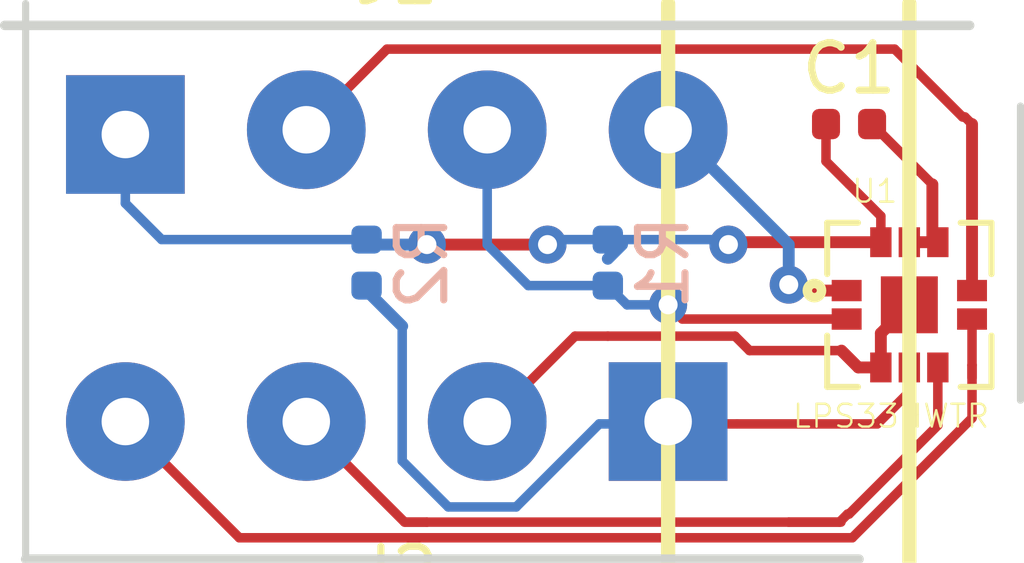
<source format=kicad_pcb>
(kicad_pcb (version 20171130) (host pcbnew "(5.0.2-5-10.14)")

  (general
    (thickness 1.6)
    (drawings 9)
    (tracks 79)
    (zones 0)
    (modules 6)
    (nets 9)
  )

  (page A4)
  (layers
    (0 F.Cu signal)
    (31 B.Cu signal)
    (32 B.Adhes user hide)
    (33 F.Adhes user)
    (34 B.Paste user hide)
    (35 F.Paste user hide)
    (36 B.SilkS user hide)
    (37 F.SilkS user hide)
    (38 B.Mask user hide)
    (39 F.Mask user hide)
    (40 Dwgs.User user)
    (41 Cmts.User user hide)
    (42 Eco1.User user)
    (43 Eco2.User user)
    (44 Edge.Cuts user)
    (45 Margin user)
    (46 B.CrtYd user hide)
    (47 F.CrtYd user)
    (48 B.Fab user)
    (49 F.Fab user hide)
  )

  (setup
    (last_trace_width 0.2)
    (trace_clearance 0.1)
    (zone_clearance 0.508)
    (zone_45_only no)
    (trace_min 0.2)
    (segment_width 0.2)
    (edge_width 0.15)
    (via_size 0.8)
    (via_drill 0.4)
    (via_min_size 0.4)
    (via_min_drill 0.3)
    (uvia_size 0.3)
    (uvia_drill 0.1)
    (uvias_allowed no)
    (uvia_min_size 0.2)
    (uvia_min_drill 0.1)
    (pcb_text_width 0.3)
    (pcb_text_size 1.5 1.5)
    (mod_edge_width 0.15)
    (mod_text_size 1 1)
    (mod_text_width 0.15)
    (pad_size 2.49936 2.49936)
    (pad_drill 1.00076)
    (pad_to_mask_clearance 0.051)
    (solder_mask_min_width 0.25)
    (aux_axis_origin 0 0)
    (visible_elements FFFFFF7F)
    (pcbplotparams
      (layerselection 0x010fc_ffffffff)
      (usegerberextensions false)
      (usegerberattributes false)
      (usegerberadvancedattributes false)
      (creategerberjobfile false)
      (excludeedgelayer true)
      (linewidth 0.100000)
      (plotframeref false)
      (viasonmask false)
      (mode 1)
      (useauxorigin false)
      (hpglpennumber 1)
      (hpglpenspeed 20)
      (hpglpendiameter 15.000000)
      (psnegative false)
      (psa4output false)
      (plotreference true)
      (plotvalue true)
      (plotinvisibletext false)
      (padsonsilk false)
      (subtractmaskfromsilk false)
      (outputformat 1)
      (mirror false)
      (drillshape 1)
      (scaleselection 1)
      (outputdirectory ""))
  )

  (net 0 "")
  (net 1 "Net-(C1-Pad1)")
  (net 2 "Net-(C1-Pad2)")
  (net 3 "Net-(J1-Pad2)")
  (net 4 "Net-(J1-Pad3)")
  (net 5 "Net-(J1-Pad4)")
  (net 6 "Net-(J2-Pad3)")
  (net 7 "Net-(J2-Pad1)")
  (net 8 "Net-(J2-Pad4)")

  (net_class Default "This is the default net class."
    (clearance 0.1)
    (trace_width 0.2)
    (via_dia 0.8)
    (via_drill 0.4)
    (uvia_dia 0.3)
    (uvia_drill 0.1)
    (add_net "Net-(C1-Pad1)")
    (add_net "Net-(C1-Pad2)")
    (add_net "Net-(J1-Pad2)")
    (add_net "Net-(J1-Pad3)")
    (add_net "Net-(J1-Pad4)")
    (add_net "Net-(J2-Pad1)")
    (add_net "Net-(J2-Pad3)")
    (add_net "Net-(J2-Pad4)")
  )

  (module Connector_Wire:SolderWirePad_1x04_P3.81mm_Drill1mm (layer F.Cu) (tedit 5AEE60B2) (tstamp 5C8C6EEA)
    (at 125.73 87.55 180)
    (descr "Wire solder connection")
    (tags connector)
    (path /5C80C9B0)
    (attr virtual)
    (fp_text reference J2 (at 5.715 -3.175 180) (layer F.SilkS)
      (effects (font (size 1 1) (thickness 0.15)))
    )
    (fp_text value Conn_01x04 (at 5.715 3.175 180) (layer F.Fab)
      (effects (font (size 1 1) (thickness 0.15)))
    )
    (fp_text user %R (at 5.715 0 180) (layer F.Fab)
      (effects (font (size 1 1) (thickness 0.15)))
    )
    (fp_line (start -1.74 -1.75) (end 13.18 -1.75) (layer F.CrtYd) (width 0.05))
    (fp_line (start -1.74 -1.75) (end -1.74 1.75) (layer F.CrtYd) (width 0.05))
    (fp_line (start 13.18 1.75) (end 13.18 -1.75) (layer F.CrtYd) (width 0.05))
    (fp_line (start 13.18 1.75) (end -1.74 1.75) (layer F.CrtYd) (width 0.05))
    (pad 1 thru_hole rect (at 0 0 180) (size 2.49936 2.49936) (drill 1.00076) (layers *.Cu *.Mask)
      (net 7 "Net-(J2-Pad1)"))
    (pad 2 thru_hole circle (at 3.81 0 180) (size 2.49936 2.49936) (drill 1.00076) (layers *.Cu *.Mask)
      (net 2 "Net-(C1-Pad2)"))
    (pad 3 thru_hole circle (at 7.62 0 180) (size 2.49936 2.49936) (drill 1.00076) (layers *.Cu *.Mask)
      (net 6 "Net-(J2-Pad3)"))
    (pad 4 thru_hole circle (at 11.43 0 180) (size 2.49936 2.49936) (drill 1.00076) (layers *.Cu *.Mask)
      (net 8 "Net-(J2-Pad4)"))
  )

  (module Capacitor_SMD:C_0402_1005Metric (layer F.Cu) (tedit 5B301BBE) (tstamp 5C8C6ED0)
    (at 129.54 81.28)
    (descr "Capacitor SMD 0402 (1005 Metric), square (rectangular) end terminal, IPC_7351 nominal, (Body size source: http://www.tortai-tech.com/upload/download/2011102023233369053.pdf), generated with kicad-footprint-generator")
    (tags capacitor)
    (path /5C809D8C)
    (attr smd)
    (fp_text reference C1 (at 0 -1.17) (layer F.SilkS)
      (effects (font (size 1 1) (thickness 0.15)))
    )
    (fp_text value C (at 0 1.17) (layer F.Fab)
      (effects (font (size 1 1) (thickness 0.15)))
    )
    (fp_line (start -0.5 0.25) (end -0.5 -0.25) (layer F.Fab) (width 0.1))
    (fp_line (start -0.5 -0.25) (end 0.5 -0.25) (layer F.Fab) (width 0.1))
    (fp_line (start 0.5 -0.25) (end 0.5 0.25) (layer F.Fab) (width 0.1))
    (fp_line (start 0.5 0.25) (end -0.5 0.25) (layer F.Fab) (width 0.1))
    (fp_line (start -0.93 0.47) (end -0.93 -0.47) (layer F.CrtYd) (width 0.05))
    (fp_line (start -0.93 -0.47) (end 0.93 -0.47) (layer F.CrtYd) (width 0.05))
    (fp_line (start 0.93 -0.47) (end 0.93 0.47) (layer F.CrtYd) (width 0.05))
    (fp_line (start 0.93 0.47) (end -0.93 0.47) (layer F.CrtYd) (width 0.05))
    (fp_text user %R (at 0 0) (layer F.Fab)
      (effects (font (size 0.25 0.25) (thickness 0.04)))
    )
    (pad 1 smd roundrect (at -0.485 0) (size 0.59 0.64) (layers F.Cu F.Paste F.Mask) (roundrect_rratio 0.25)
      (net 1 "Net-(C1-Pad1)"))
    (pad 2 smd roundrect (at 0.485 0) (size 0.59 0.64) (layers F.Cu F.Paste F.Mask) (roundrect_rratio 0.25)
      (net 2 "Net-(C1-Pad2)"))
    (model ${KISYS3DMOD}/Capacitor_SMD.3dshapes/C_0402_1005Metric.wrl
      (at (xyz 0 0 0))
      (scale (xyz 1 1 1))
      (rotate (xyz 0 0 0))
    )
  )

  (module Connector_Wire:SolderWirePad_1x04_P3.81mm_Drill1mm (layer F.Cu) (tedit 5C801534) (tstamp 5C8C6EDD)
    (at 114.3 81.4)
    (descr "Wire solder connection")
    (tags connector)
    (path /5C80C96C)
    (attr virtual)
    (fp_text reference J1 (at 5.715 -3.175) (layer F.SilkS)
      (effects (font (size 1 1) (thickness 0.15)))
    )
    (fp_text value Conn_01x04 (at 5.715 3.175) (layer F.Fab)
      (effects (font (size 1 1) (thickness 0.15)))
    )
    (fp_text user %R (at 5.715 0) (layer F.Fab)
      (effects (font (size 1 1) (thickness 0.15)))
    )
    (fp_line (start -1.74 -1.75) (end 13.18 -1.75) (layer F.CrtYd) (width 0.05))
    (fp_line (start -1.74 -1.75) (end -1.74 1.75) (layer F.CrtYd) (width 0.05))
    (fp_line (start 13.18 1.75) (end 13.18 -1.75) (layer F.CrtYd) (width 0.05))
    (fp_line (start 13.18 1.75) (end -1.74 1.75) (layer F.CrtYd) (width 0.05))
    (pad 1 thru_hole rect (at 0 0.1) (size 2.49936 2.49936) (drill 1.00076) (layers *.Cu *.Mask)
      (net 1 "Net-(C1-Pad1)"))
    (pad 2 thru_hole circle (at 3.81 0) (size 2.49936 2.49936) (drill 1.00076) (layers *.Cu *.Mask)
      (net 3 "Net-(J1-Pad2)"))
    (pad 3 thru_hole circle (at 7.62 0) (size 2.49936 2.49936) (drill 1.00076) (layers *.Cu *.Mask)
      (net 4 "Net-(J1-Pad3)"))
    (pad 4 thru_hole circle (at 11.43 0) (size 2.49936 2.49936) (drill 1.00076) (layers *.Cu *.Mask)
      (net 5 "Net-(J1-Pad4)"))
  )

  (module Resistor_SMD:R_0402_1005Metric (layer B.Cu) (tedit 5B301BBD) (tstamp 5C8C6EF9)
    (at 124.46 84.2 90)
    (descr "Resistor SMD 0402 (1005 Metric), square (rectangular) end terminal, IPC_7351 nominal, (Body size source: http://www.tortai-tech.com/upload/download/2011102023233369053.pdf), generated with kicad-footprint-generator")
    (tags resistor)
    (path /5C80AD9A)
    (attr smd)
    (fp_text reference R1 (at 0 1.17 90) (layer B.SilkS)
      (effects (font (size 1 1) (thickness 0.15)) (justify mirror))
    )
    (fp_text value R (at 0 -1.17 90) (layer B.Fab)
      (effects (font (size 1 1) (thickness 0.15)) (justify mirror))
    )
    (fp_line (start -0.5 -0.25) (end -0.5 0.25) (layer B.Fab) (width 0.1))
    (fp_line (start -0.5 0.25) (end 0.5 0.25) (layer B.Fab) (width 0.1))
    (fp_line (start 0.5 0.25) (end 0.5 -0.25) (layer B.Fab) (width 0.1))
    (fp_line (start 0.5 -0.25) (end -0.5 -0.25) (layer B.Fab) (width 0.1))
    (fp_line (start -0.93 -0.47) (end -0.93 0.47) (layer B.CrtYd) (width 0.05))
    (fp_line (start -0.93 0.47) (end 0.93 0.47) (layer B.CrtYd) (width 0.05))
    (fp_line (start 0.93 0.47) (end 0.93 -0.47) (layer B.CrtYd) (width 0.05))
    (fp_line (start 0.93 -0.47) (end -0.93 -0.47) (layer B.CrtYd) (width 0.05))
    (fp_text user %R (at 0 0 90) (layer B.Fab)
      (effects (font (size 0.25 0.25) (thickness 0.04)) (justify mirror))
    )
    (pad 1 smd roundrect (at -0.485 0 90) (size 0.59 0.64) (layers B.Cu B.Paste B.Mask) (roundrect_rratio 0.25)
      (net 4 "Net-(J1-Pad3)"))
    (pad 2 smd roundrect (at 0.485 0 90) (size 0.59 0.64) (layers B.Cu B.Paste B.Mask) (roundrect_rratio 0.25)
      (net 1 "Net-(C1-Pad1)"))
    (model ${KISYS3DMOD}/Resistor_SMD.3dshapes/R_0402_1005Metric.wrl
      (at (xyz 0 0 0))
      (scale (xyz 1 1 1))
      (rotate (xyz 0 0 0))
    )
  )

  (module Resistor_SMD:R_0402_1005Metric (layer B.Cu) (tedit 5B301BBD) (tstamp 5C8C6F08)
    (at 119.38 84.2 90)
    (descr "Resistor SMD 0402 (1005 Metric), square (rectangular) end terminal, IPC_7351 nominal, (Body size source: http://www.tortai-tech.com/upload/download/2011102023233369053.pdf), generated with kicad-footprint-generator")
    (tags resistor)
    (path /5C80B62B)
    (attr smd)
    (fp_text reference R2 (at 0 1.17 90) (layer B.SilkS)
      (effects (font (size 1 1) (thickness 0.15)) (justify mirror))
    )
    (fp_text value R (at 0 -1.17 90) (layer B.Fab)
      (effects (font (size 1 1) (thickness 0.15)) (justify mirror))
    )
    (fp_text user %R (at 0 0 90) (layer B.Fab)
      (effects (font (size 0.25 0.25) (thickness 0.04)) (justify mirror))
    )
    (fp_line (start 0.93 -0.47) (end -0.93 -0.47) (layer B.CrtYd) (width 0.05))
    (fp_line (start 0.93 0.47) (end 0.93 -0.47) (layer B.CrtYd) (width 0.05))
    (fp_line (start -0.93 0.47) (end 0.93 0.47) (layer B.CrtYd) (width 0.05))
    (fp_line (start -0.93 -0.47) (end -0.93 0.47) (layer B.CrtYd) (width 0.05))
    (fp_line (start 0.5 -0.25) (end -0.5 -0.25) (layer B.Fab) (width 0.1))
    (fp_line (start 0.5 0.25) (end 0.5 -0.25) (layer B.Fab) (width 0.1))
    (fp_line (start -0.5 0.25) (end 0.5 0.25) (layer B.Fab) (width 0.1))
    (fp_line (start -0.5 -0.25) (end -0.5 0.25) (layer B.Fab) (width 0.1))
    (pad 2 smd roundrect (at 0.485 0 90) (size 0.59 0.64) (layers B.Cu B.Paste B.Mask) (roundrect_rratio 0.25)
      (net 1 "Net-(C1-Pad1)"))
    (pad 1 smd roundrect (at -0.485 0 90) (size 0.59 0.64) (layers B.Cu B.Paste B.Mask) (roundrect_rratio 0.25)
      (net 7 "Net-(J2-Pad1)"))
    (model ${KISYS3DMOD}/Resistor_SMD.3dshapes/R_0402_1005Metric.wrl
      (at (xyz 0 0 0))
      (scale (xyz 1 1 1))
      (rotate (xyz 0 0 0))
    )
  )

  (module LPS33HWTR:PQFN60P330X330X290-11N (layer F.Cu) (tedit 0) (tstamp 5C8C6F29)
    (at 130.81 85.09)
    (path /5C7FF841)
    (attr smd)
    (fp_text reference U1 (at -0.728144 -2.39539) (layer F.SilkS)
      (effects (font (size 0.480719 0.480719) (thickness 0.05)))
    )
    (fp_text value LPS33HWTR (at -0.385153 2.34562) (layer F.SilkS)
      (effects (font (size 0.480802 0.480802) (thickness 0.05)))
    )
    (fp_line (start -1.73 -1.73) (end 1.73 -1.73) (layer Eco2.User) (width 0.127))
    (fp_line (start 1.73 -1.73) (end 1.73 1.73) (layer Eco2.User) (width 0.127))
    (fp_line (start 1.73 1.73) (end -1.73 1.73) (layer Eco2.User) (width 0.127))
    (fp_line (start -1.73 1.73) (end -1.73 -1.73) (layer Eco2.User) (width 0.127))
    (fp_line (start -1.73 -1.73) (end -1.08125 -1.73) (layer F.SilkS) (width 0.127))
    (fp_line (start -1.73 -1.73) (end -1.73 -0.64875) (layer F.SilkS) (width 0.127))
    (fp_line (start 1.08125 -1.73) (end 1.73 -1.73) (layer F.SilkS) (width 0.127))
    (fp_line (start 1.73 -1.73) (end 1.73 -0.64875) (layer F.SilkS) (width 0.127))
    (fp_line (start 1.73 0.64875) (end 1.73 1.73) (layer F.SilkS) (width 0.127))
    (fp_line (start 1.73 1.73) (end 1.08125 1.73) (layer F.SilkS) (width 0.127))
    (fp_line (start -1.73 0.64875) (end -1.73 1.73) (layer F.SilkS) (width 0.127))
    (fp_line (start -1.73 1.73) (end -1.08125 1.73) (layer F.SilkS) (width 0.127))
    (fp_circle (center -1.99875 -0.3) (end -1.94875 -0.3) (layer F.SilkS) (width 0.2))
    (fp_line (start -1.98 -1.98) (end -1.98 1.98) (layer Eco1.User) (width 0.05))
    (fp_line (start -1.98 1.98) (end 1.98 1.98) (layer Eco1.User) (width 0.05))
    (fp_line (start 1.98 1.98) (end 1.98 -1.98) (layer Eco1.User) (width 0.05))
    (fp_line (start 1.98 -1.98) (end -1.98 -1.98) (layer Eco1.User) (width 0.05))
    (fp_poly (pts (xy -0.381107 -0.38) (xy 0.38 -0.38) (xy 0.38 0.381107) (xy -0.381107 0.381107)) (layer F.Paste) (width 0))
    (pad 1 smd rect (at -1.32 -0.3) (size 0.63 0.45) (layers F.Cu F.Paste F.Mask)
      (net 5 "Net-(J1-Pad4)"))
    (pad 2 smd rect (at -1.32 0.3) (size 0.63 0.45) (layers F.Cu F.Paste F.Mask)
      (net 4 "Net-(J1-Pad3)"))
    (pad 3 smd rect (at -0.6 1.32 90) (size 0.63 0.45) (layers F.Cu F.Paste F.Mask)
      (net 2 "Net-(C1-Pad2)"))
    (pad 4 smd rect (at 0 1.32 90) (size 0.63 0.45) (layers F.Cu F.Paste F.Mask)
      (net 7 "Net-(J2-Pad1)"))
    (pad 5 smd rect (at 0.6 1.32 90) (size 0.63 0.45) (layers F.Cu F.Paste F.Mask)
      (net 6 "Net-(J2-Pad3)"))
    (pad 6 smd rect (at 1.32 0.3 180) (size 0.63 0.45) (layers F.Cu F.Paste F.Mask)
      (net 8 "Net-(J2-Pad4)"))
    (pad 7 smd rect (at 1.32 -0.3 180) (size 0.63 0.45) (layers F.Cu F.Paste F.Mask)
      (net 3 "Net-(J1-Pad2)"))
    (pad 8 smd rect (at 0.6 -1.32 270) (size 0.63 0.45) (layers F.Cu F.Paste F.Mask)
      (net 2 "Net-(C1-Pad2)"))
    (pad 9 smd rect (at 0 -1.32 270) (size 0.63 0.45) (layers F.Cu F.Paste F.Mask)
      (net 2 "Net-(C1-Pad2)"))
    (pad 10 smd rect (at -0.6 -1.32 270) (size 0.63 0.45) (layers F.Cu F.Paste F.Mask)
      (net 1 "Net-(C1-Pad1)"))
    (pad EP smd rect (at 0 0) (size 1.2 1.2) (layers F.Cu F.Paste F.Mask)
      (net 2 "Net-(C1-Pad2)"))
  )

  (gr_line (start 112.2 90.45) (end 112.2 78.74) (layer Edge.Cuts) (width 0.15))
  (gr_line (start 132.08 79.2) (end 111.76 79.2) (layer Edge.Cuts) (width 0.2))
  (gr_line (start 129.75 90.45) (end 112.2 90.45) (layer Edge.Cuts) (width 0.2))
  (dimension 5.08 (width 0.3) (layer F.SilkS)
    (gr_text "5.080 mm" (at 128.27 124.02) (layer F.SilkS)
      (effects (font (size 1.5 1.5) (thickness 0.3)))
    )
    (feature1 (pts (xy 125.73 78.74) (xy 125.73 122.506421)))
    (feature2 (pts (xy 130.81 78.74) (xy 130.81 122.506421)))
    (crossbar (pts (xy 130.81 121.92) (xy 125.73 121.92)))
    (arrow1a (pts (xy 125.73 121.92) (xy 126.856504 121.333579)))
    (arrow1b (pts (xy 125.73 121.92) (xy 126.856504 122.506421)))
    (arrow2a (pts (xy 130.81 121.92) (xy 129.683496 121.333579)))
    (arrow2b (pts (xy 130.81 121.92) (xy 129.683496 122.506421)))
  )
  (gr_line (start 133.15 80.9) (end 133.15 87.1) (layer Edge.Cuts) (width 0.15))
  (gr_line (start 134.62 76.2) (end 110.49 76.2) (layer F.SilkS) (width 0.2))
  (gr_line (start 134.62 95.25) (end 134.62 76.2) (layer F.SilkS) (width 0.2))
  (gr_line (start 110.49 95.25) (end 134.62 95.25) (layer F.SilkS) (width 0.2))
  (gr_line (start 110.49 76.2) (end 110.49 95.25) (layer F.SilkS) (width 0.2))

  (via (at 127 83.82) (size 0.8) (drill 0.4) (layers F.Cu B.Cu) (net 1))
  (segment (start 127.05 83.77) (end 127 83.82) (width 0.25) (layer F.Cu) (net 1))
  (segment (start 130.21 83.77) (end 127.05 83.77) (width 0.25) (layer F.Cu) (net 1))
  (segment (start 124.76 83.82) (end 124.46 84.12) (width 0.25) (layer B.Cu) (net 1))
  (via (at 120.65 83.82) (size 0.8) (drill 0.4) (layers F.Cu B.Cu) (net 1))
  (segment (start 119.38 83.82) (end 120.65 83.82) (width 0.25) (layer B.Cu) (net 1))
  (via (at 123.19 83.82) (size 0.8) (drill 0.4) (layers F.Cu B.Cu) (net 1))
  (segment (start 120.65 83.82) (end 123.19 83.82) (width 0.25) (layer F.Cu) (net 1))
  (segment (start 130.21 83.22) (end 130.21 83.77) (width 0.2) (layer F.Cu) (net 1))
  (segment (start 129.54 82.55) (end 130.21 83.22) (width 0.2) (layer F.Cu) (net 1))
  (segment (start 123.295 83.715) (end 123.19 83.82) (width 0.2) (layer B.Cu) (net 1))
  (segment (start 124.46 83.715) (end 123.295 83.715) (width 0.2) (layer B.Cu) (net 1))
  (segment (start 126.895 83.715) (end 127 83.82) (width 0.2) (layer B.Cu) (net 1))
  (segment (start 124.46 83.715) (end 126.895 83.715) (width 0.2) (layer B.Cu) (net 1))
  (segment (start 114.3 82.94968) (end 114.3 81.5) (width 0.2) (layer B.Cu) (net 1))
  (segment (start 115.06532 83.715) (end 114.3 82.94968) (width 0.2) (layer B.Cu) (net 1))
  (segment (start 119.38 83.715) (end 115.06532 83.715) (width 0.2) (layer B.Cu) (net 1))
  (segment (start 129.055 81.28) (end 129.055 82.065) (width 0.2) (layer F.Cu) (net 1))
  (segment (start 129.055 82.065) (end 129.54 82.55) (width 0.2) (layer F.Cu) (net 1))
  (segment (start 130.21 85.69) (end 130.21 86.41) (width 0.25) (layer F.Cu) (net 2))
  (segment (start 130.81 85.09) (end 130.21 85.69) (width 0.25) (layer F.Cu) (net 2))
  (segment (start 130.81 85.09) (end 130.81 83.77) (width 0.25) (layer F.Cu) (net 2))
  (segment (start 130.81 83.77) (end 131.41 83.77) (width 0.25) (layer F.Cu) (net 2))
  (segment (start 131.295 83.655) (end 131.41 83.77) (width 0.25) (layer F.Cu) (net 2))
  (segment (start 129.735 86.41) (end 129.380319 86.055319) (width 0.25) (layer F.Cu) (net 2))
  (segment (start 130.21 86.41) (end 129.735 86.41) (width 0.25) (layer F.Cu) (net 2))
  (segment (start 127.444681 86.055319) (end 127.139681 85.750319) (width 0.2) (layer F.Cu) (net 2))
  (segment (start 129.380319 86.055319) (end 127.444681 86.055319) (width 0.2) (layer F.Cu) (net 2))
  (segment (start 123.769681 85.750319) (end 121.92 87.6) (width 0.2) (layer F.Cu) (net 2))
  (segment (start 124.46 85.750319) (end 123.769681 85.750319) (width 0.2) (layer F.Cu) (net 2))
  (segment (start 127.139681 85.750319) (end 124.46 85.750319) (width 0.2) (layer F.Cu) (net 2))
  (segment (start 131.295 82.55) (end 131.295 83.655) (width 0.25) (layer F.Cu) (net 2))
  (segment (start 130.025 81.28) (end 131.295 82.55) (width 0.2) (layer F.Cu) (net 2))
  (segment (start 132.13 84.79) (end 132.13 81.28) (width 0.25) (layer F.Cu) (net 3))
  (segment (start 131.980001 81.130001) (end 132.13 81.28) (width 0.2) (layer F.Cu) (net 3))
  (segment (start 131.930001 81.130001) (end 131.980001 81.130001) (width 0.2) (layer F.Cu) (net 3))
  (segment (start 130.5 79.7) (end 131.930001 81.130001) (width 0.2) (layer F.Cu) (net 3))
  (segment (start 119.81 79.7) (end 130.5 79.7) (width 0.2) (layer F.Cu) (net 3))
  (segment (start 118.11 81.4) (end 119.81 79.7) (width 0.2) (layer F.Cu) (net 3))
  (via (at 125.73 85.09) (size 0.8) (drill 0.4) (layers F.Cu B.Cu) (net 4))
  (segment (start 124.865 85.09) (end 124.46 84.685) (width 0.2) (layer B.Cu) (net 4))
  (segment (start 125.73 85.09) (end 124.865 85.09) (width 0.2) (layer B.Cu) (net 4))
  (segment (start 124.46 84.685) (end 122.785 84.685) (width 0.2) (layer B.Cu) (net 4))
  (segment (start 122.785 84.685) (end 121.92 83.82) (width 0.2) (layer B.Cu) (net 4))
  (segment (start 121.92 83.82) (end 121.92 81.28) (width 0.2) (layer B.Cu) (net 4))
  (segment (start 126.03 85.39) (end 125.73 85.09) (width 0.2) (layer F.Cu) (net 4))
  (segment (start 129.49 85.39) (end 126.03 85.39) (width 0.2) (layer F.Cu) (net 4))
  (via (at 128.27 84.665) (size 0.8) (drill 0.4) (layers F.Cu B.Cu) (net 5))
  (segment (start 128.395 84.79) (end 128.27 84.665) (width 0.25) (layer F.Cu) (net 5))
  (segment (start 129.49 84.79) (end 128.395 84.79) (width 0.25) (layer F.Cu) (net 5))
  (segment (start 128.27 84.665) (end 128.27 83.82) (width 0.25) (layer B.Cu) (net 5))
  (segment (start 128.27 83.82) (end 125.73 81.28) (width 0.25) (layer B.Cu) (net 5))
  (segment (start 131.41 87.63) (end 131.41 86.41) (width 0.2) (layer F.Cu) (net 6))
  (segment (start 128.27 89.67) (end 129.37 89.67) (width 0.2) (layer F.Cu) (net 6))
  (segment (start 129.54 89.5) (end 131.41 87.63) (width 0.2) (layer F.Cu) (net 6))
  (segment (start 128.27 89.67) (end 129.34 89.67) (width 0.2) (layer F.Cu) (net 6))
  (segment (start 120.18 89.67) (end 119.41 88.9) (width 0.2) (layer F.Cu) (net 6))
  (segment (start 120.65 89.67) (end 128.27 89.67) (width 0.2) (layer F.Cu) (net 6))
  (segment (start 118.11 87.6) (end 119.41 88.9) (width 0.2) (layer F.Cu) (net 6))
  (segment (start 120.65 89.67) (end 120.18 89.67) (width 0.2) (layer F.Cu) (net 6))
  (segment (start 120.21 89.67) (end 120.65 89.67) (width 0.2) (layer F.Cu) (net 6))
  (segment (start 129.51 89.5) (end 129.34 89.67) (width 0.2) (layer F.Cu) (net 6))
  (segment (start 129.54 89.5) (end 129.51 89.5) (width 0.2) (layer F.Cu) (net 6))
  (segment (start 119.38 84.79) (end 120.13001 85.54001) (width 0.25) (layer B.Cu) (net 7))
  (segment (start 127.17968 87.6) (end 125.73 87.6) (width 0.2) (layer F.Cu) (net 7))
  (segment (start 130.81 86.925) (end 130.135 87.6) (width 0.2) (layer F.Cu) (net 7))
  (segment (start 130.135 87.6) (end 127.17968 87.6) (width 0.2) (layer F.Cu) (net 7))
  (segment (start 130.81 86.41) (end 130.81 86.925) (width 0.2) (layer F.Cu) (net 7))
  (segment (start 120.13001 88.38001) (end 120.13001 85.54001) (width 0.2) (layer B.Cu) (net 7))
  (segment (start 124.28032 87.6) (end 125.73 87.6) (width 0.2) (layer B.Cu) (net 7))
  (segment (start 121.1 89.35) (end 122.53032 89.35) (width 0.2) (layer B.Cu) (net 7))
  (segment (start 121.1 89.35) (end 120.13001 88.38001) (width 0.2) (layer B.Cu) (net 7))
  (segment (start 122.53032 89.35) (end 124.28032 87.6) (width 0.2) (layer B.Cu) (net 7))
  (segment (start 132.13 85.39) (end 132.13 86.36) (width 0.2) (layer F.Cu) (net 8))
  (segment (start 132.13 86.36) (end 132.13 86.629278) (width 0.2) (layer F.Cu) (net 8))
  (segment (start 132.13 87.477834) (end 132.13 86.36) (width 0.2) (layer F.Cu) (net 8))
  (segment (start 129.607834 90) (end 132.13 87.477834) (width 0.2) (layer F.Cu) (net 8))
  (segment (start 116.7 90) (end 129.607834 90) (width 0.2) (layer F.Cu) (net 8))
  (segment (start 114.3 87.6) (end 116.7 90) (width 0.2) (layer F.Cu) (net 8))

)

</source>
